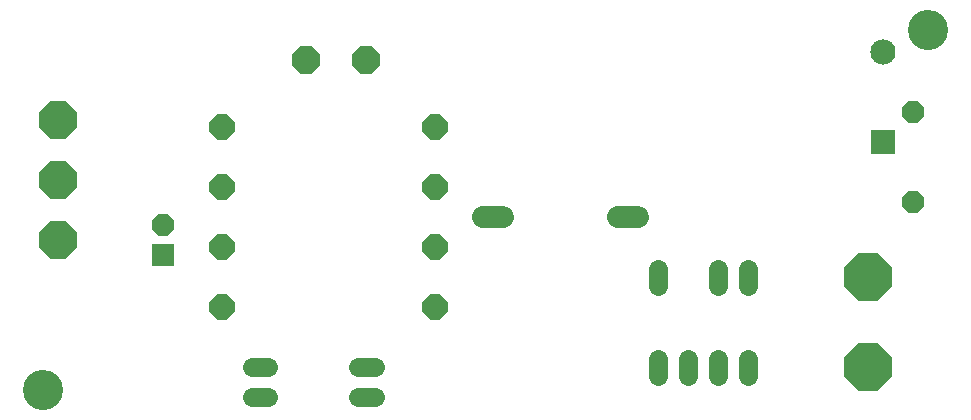
<source format=gbr>
G04 EAGLE Gerber X2 export*
%TF.Part,Single*%
%TF.FileFunction,Soldermask,Top,1*%
%TF.FilePolarity,Negative*%
%TF.GenerationSoftware,Autodesk,EAGLE,8.6.0*%
%TF.CreationDate,2018-01-28T12:16:18Z*%
G75*
%MOMM*%
%FSLAX34Y34*%
%LPD*%
%AMOC8*
5,1,8,0,0,1.08239X$1,22.5*%
G01*
%ADD10C,3.403200*%
%ADD11R,2.133600X2.133600*%
%ADD12C,2.133600*%
%ADD13P,2.584314X8X202.500000*%
%ADD14R,1.879600X1.879600*%
%ADD15P,2.034460X8X292.500000*%
%ADD16C,1.879600*%
%ADD17C,1.611200*%
%ADD18P,2.034460X8X202.500000*%
%ADD19P,2.309387X8X202.500000*%
%ADD20P,4.343848X8X112.500000*%
%ADD21P,3.467112X8X112.500000*%


D10*
X-787400Y31750D03*
X-38100Y336550D03*
D11*
X-76200Y241300D03*
D12*
X-76200Y317500D03*
D13*
X-514350Y311150D03*
X-565150Y311150D03*
D14*
X-685800Y146050D03*
D15*
X-685800Y171450D03*
D16*
X-300482Y177800D02*
X-283718Y177800D01*
X-398018Y177800D02*
X-414782Y177800D01*
D17*
X-190500Y57840D02*
X-190500Y43760D01*
X-215900Y43760D02*
X-215900Y57840D01*
X-241300Y57840D02*
X-241300Y43760D01*
X-266700Y43760D02*
X-266700Y57840D01*
X-266700Y119960D02*
X-266700Y134040D01*
X-215900Y134040D02*
X-215900Y119960D01*
X-190500Y119960D02*
X-190500Y134040D01*
X-596900Y25400D02*
X-610980Y25400D01*
X-610980Y50800D02*
X-596900Y50800D01*
X-520700Y50800D02*
X-506620Y50800D01*
X-506620Y25400D02*
X-520700Y25400D01*
D18*
X-50800Y266700D03*
X-50800Y190500D03*
D19*
X-456100Y101600D03*
X-456100Y152400D03*
X-456100Y203200D03*
X-456100Y254000D03*
X-636100Y254000D03*
X-636100Y203200D03*
X-636100Y152400D03*
X-636100Y101600D03*
D20*
X-88900Y50800D03*
X-88900Y127000D03*
D21*
X-774700Y158750D03*
X-774700Y209550D03*
X-774700Y260350D03*
M02*

</source>
